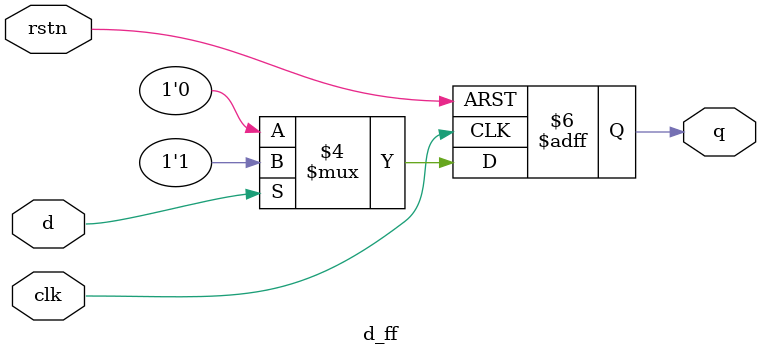
<source format=v>
`timescale 1ns / 1ps


module d_ff(
input d,
input clk,
input rstn,
output reg q
    );
always @(posedge clk, negedge rstn) begin 
    if (!rstn) begin
        q<=0;
    end else begin
        if (d) begin
            q<=1;
        end else begin
            q<=0;
        end
    end
end
            
endmodule

</source>
